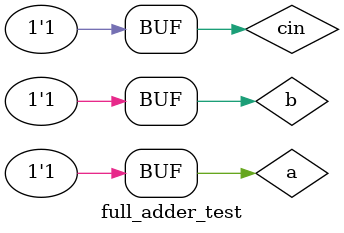
<source format=v>
`timescale 1ns / 1ps


module full_adder_test;

	// Inputs
	reg a;
	reg b;
	reg cin;

	// Outputs
	wire sum;
	wire cout;

	// Instantiate the Unit Under Test (UUT)
	full_adder uut (
		.a(a), 
		.b(b), 
		.cin(cin), 
		.sum(sum), 
		.cout(cout)
	);

	initial begin
		a = 0; b = 0; cin = 0;#100;
		a = 0; b = 0; cin = 1;#100;
		a = 0; b = 1; cin = 0;#100;
		a = 0; b = 1; cin = 1;#100;
		a = 1; b = 0; cin = 0;#100;
		a = 1; b = 0; cin = 1;#100;
		a = 1; b = 1; cin = 0;#100;
		a = 1; b = 1; cin = 1;#100;

	end
      
endmodule


</source>
